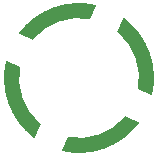
<source format=gbr>
%FSLAX34Y34*%%MOIN*%%AMTHERMAL*7,0,0,0.5,0.4,0.1,-25*%%ADD10THERMAL*%D10*X0Y0D03*M02*
</source>
